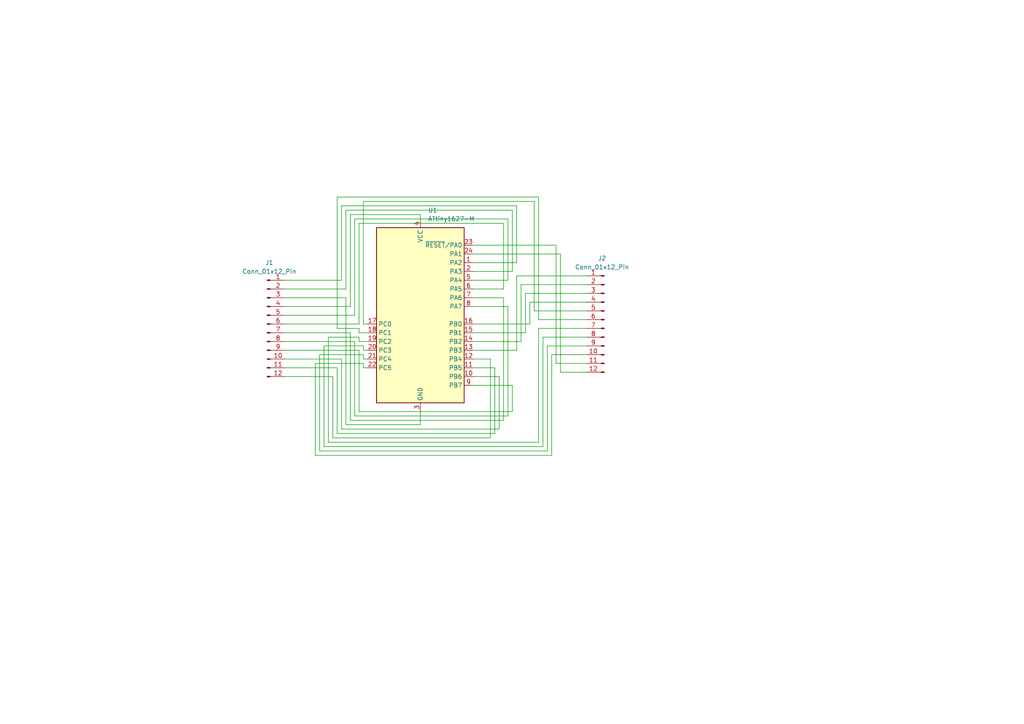
<source format=kicad_sch>
(kicad_sch (version 20231120) (generator "eeschema") (generator_version "8.0")
  (paper "A4")
  (lib_symbols
    (symbol "Connector:Conn_01x12_Pin" (pin_names (offset 1.016) hide)
      (property "Reference" "J" (at 0 15.24 0))
      (property "Value" "Conn_01x12_Pin" (at 0 -17.78 0))
      (symbol "Conn_01x12_Pin_1_1"
        (polyline (pts (xy 1.27 -15.24) (xy 0.8636 -15.24)) (stroke (width 0.1524)))
        (polyline (pts (xy 1.27 -12.7) (xy 0.8636 -12.7)) (stroke (width 0.1524)))
        (polyline (pts (xy 1.27 -10.16) (xy 0.8636 -10.16)) (stroke (width 0.1524)))
        (polyline (pts (xy 1.27 -7.62) (xy 0.8636 -7.62)) (stroke (width 0.1524)))
        (polyline (pts (xy 1.27 -5.08) (xy 0.8636 -5.08)) (stroke (width 0.1524)))
        (polyline (pts (xy 1.27 -2.54) (xy 0.8636 -2.54)) (stroke (width 0.1524)))
        (polyline (pts (xy 1.27 0) (xy 0.8636 0)) (stroke (width 0.1524)))
        (polyline (pts (xy 1.27 2.54) (xy 0.8636 2.54)) (stroke (width 0.1524)))
        (polyline (pts (xy 1.27 5.08) (xy 0.8636 5.08)) (stroke (width 0.1524)))
        (polyline (pts (xy 1.27 7.62) (xy 0.8636 7.62)) (stroke (width 0.1524)))
        (polyline (pts (xy 1.27 10.16) (xy 0.8636 10.16)) (stroke (width 0.1524)))
        (polyline (pts (xy 1.27 12.7) (xy 0.8636 12.7)) (stroke (width 0.1524)))
        (rectangle (start 0.8636 -15.113) (end 0 -15.367) (stroke (width 0.1524)) (fill (type outline)))
        (rectangle (start 0.8636 -12.573) (end 0 -12.827) (stroke (width 0.1524)) (fill (type outline)))
        (rectangle (start 0.8636 -10.033) (end 0 -10.287) (stroke (width 0.1524)) (fill (type outline)))
        (rectangle (start 0.8636 -7.493) (end 0 -7.747) (stroke (width 0.1524)) (fill (type outline)))
        (rectangle (start 0.8636 -4.953) (end 0 -5.207) (stroke (width 0.1524)) (fill (type outline)))
        (rectangle (start 0.8636 -2.413) (end 0 -2.667) (stroke (width 0.1524)) (fill (type outline)))
        (rectangle (start 0.8636 0.127) (end 0 -0.127) (stroke (width 0.1524)) (fill (type outline)))
        (rectangle (start 0.8636 2.667) (end 0 2.413) (stroke (width 0.1524)) (fill (type outline)))
        (rectangle (start 0.8636 5.207) (end 0 4.953) (stroke (width 0.1524)) (fill (type outline)))
        (rectangle (start 0.8636 7.747) (end 0 7.493) (stroke (width 0.1524)) (fill (type outline)))
        (rectangle (start 0.8636 10.287) (end 0 10.033) (stroke (width 0.1524)) (fill (type outline)))
        (rectangle (start 0.8636 12.827) (end 0 12.573) (stroke (width 0.1524)) (fill (type outline)))
        (pin passive line (at 5.08 12.7 180) (length 3.81) (name "Pin_1") (number "1"))
        (pin passive line (at 5.08 -10.16 180) (length 3.81) (name "Pin_10") (number "10"))
        (pin passive line (at 5.08 -12.7 180) (length 3.81) (name "Pin_11") (number "11"))
        (pin passive line (at 5.08 -15.24 180) (length 3.81) (name "Pin_12") (number "12"))
        (pin passive line (at 5.08 10.16 180) (length 3.81) (name "Pin_2") (number "2"))
        (pin passive line (at 5.08 7.62 180) (length 3.81) (name "Pin_3") (number "3"))
        (pin passive line (at 5.08 5.08 180) (length 3.81) (name "Pin_4") (number "4"))
        (pin passive line (at 5.08 2.54 180) (length 3.81) (name "Pin_5") (number "5"))
        (pin passive line (at 5.08 0 180) (length 3.81) (name "Pin_6") (number "6"))
        (pin passive line (at 5.08 -2.54 180) (length 3.81) (name "Pin_7") (number "7"))
        (pin passive line (at 5.08 -5.08 180) (length 3.81) (name "Pin_8") (number "8"))
        (pin passive line (at 5.08 -7.62 180) (length 3.81) (name "Pin_9") (number "9"))
      )
    )
    (symbol "MCU_Microchip_ATtiny:ATtiny1627-M"
      (property "Reference" "U" (at -12.7 26.67 0))
      (property "Value" "ATtiny1627-M" (at 2.54 -26.67 0))
      (symbol "ATtiny1627-M_0_1"
        (rectangle (start -12.7 -25.4) (end 12.7 25.4) (stroke (width 0.254)) (fill (type background)))
      )
      (symbol "ATtiny1627-M_1_1"
        (pin bidirectional line (at 15.24 15.24 180) (length 2.54) (name "PA2") (number "1"))
        (pin bidirectional line (at 15.24 -17.78 180) (length 2.54) (name "PB6") (number "10"))
        (pin bidirectional line (at 15.24 -15.24 180) (length 2.54) (name "PB5") (number "11"))
        (pin bidirectional line (at 15.24 -12.7 180) (length 2.54) (name "PB4") (number "12"))
        (pin bidirectional line (at 15.24 -10.16 180) (length 2.54) (name "PB3") (number "13"))
        (pin bidirectional line (at 15.24 -7.62 180) (length 2.54) (name "PB2") (number "14"))
        (pin bidirectional line (at 15.24 -5.08 180) (length 2.54) (name "PB1") (number "15"))
        (pin bidirectional line (at 15.24 -2.54 180) (length 2.54) (name "PB0") (number "16"))
        (pin bidirectional line (at -15.24 -2.54 0) (length 2.54) (name "PC0") (number "17"))
        (pin bidirectional line (at -15.24 -5.08 0) (length 2.54) (name "PC1") (number "18"))
        (pin bidirectional line (at -15.24 -7.62 0) (length 2.54) (name "PC2") (number "19"))
        (pin bidirectional line (at 15.24 12.7 180) (length 2.54) (name "PA3") (number "2"))
        (pin bidirectional line (at -15.24 -10.16 0) (length 2.54) (name "PC3") (number "20"))
        (pin bidirectional line (at -15.24 -12.7 0) (length 2.54) (name "PC4") (number "21"))
        (pin bidirectional line (at -15.24 -15.24 0) (length 2.54) (name "PC5") (number "22"))
        (pin bidirectional line (at 15.24 20.32 180) (length 2.54) (name "~{RESET}/PA0") (number "23"))
        (pin bidirectional line (at 15.24 17.78 180) (length 2.54) (name "PA1") (number "24"))
        (pin passive line (at 0 -27.94 90) (length 2.54) hide (name "GND") (number "25"))
        (pin power_in line (at 0 -27.94 90) (length 2.54) (name "GND") (number "3"))
        (pin power_in line (at 0 27.94 270) (length 2.54) (name "VCC") (number "4"))
        (pin bidirectional line (at 15.24 10.16 180) (length 2.54) (name "PA4") (number "5"))
        (pin bidirectional line (at 15.24 7.62 180) (length 2.54) (name "PA5") (number "6"))
        (pin bidirectional line (at 15.24 5.08 180) (length 2.54) (name "PA6") (number "7"))
        (pin bidirectional line (at 15.24 2.54 180) (length 2.54) (name "PA7") (number "8"))
        (pin bidirectional line (at 15.24 -20.32 180) (length 2.54) (name "PB7") (number "9"))
      )
    )
  )
  (wire (pts (xy 91.44 105.41) (xy 91.44 132.08)))
  (wire (pts (xy 96.52 127) (xy 96.52 109.22)))
  (wire (pts (xy 104.14 119.38) (xy 104.14 101.6)))
  (wire (pts (xy 105.41 104.14) (xy 105.41 102.87)))
  (wire (pts (xy 147.32 88.9) (xy 147.32 120.65)))
  (wire (pts (xy 156.21 92.71) (xy 170.18 92.71)))
  (wire (pts (xy 104.14 95.25) (xy 97.79 95.25)))
  (wire (pts (xy 99.06 124.46) (xy 99.06 104.14)))
  (wire (pts (xy 142.24 104.14) (xy 142.24 127)))
  (wire (pts (xy 161.29 105.41) (xy 170.18 105.41)))
  (wire (pts (xy 99.06 81.28) (xy 82.55 81.28)))
  (wire (pts (xy 121.92 119.38) (xy 121.92 123.19)))
  (wire (pts (xy 137.16 93.98) (xy 153.67 93.98)))
  (wire (pts (xy 137.16 83.82) (xy 146.05 83.82)))
  (wire (pts (xy 148.59 60.96) (xy 100.33 60.96)))
  (wire (pts (xy 154.94 58.42) (xy 154.94 90.17)))
  (wire (pts (xy 96.52 109.22) (xy 82.55 109.22)))
  (wire (pts (xy 137.16 106.68) (xy 143.51 106.68)))
  (wire (pts (xy 105.41 102.87) (xy 92.71 102.87)))
  (wire (pts (xy 82.55 88.9) (xy 101.6 88.9)))
  (wire (pts (xy 137.16 104.14) (xy 142.24 104.14)))
  (wire (pts (xy 105.41 93.98) (xy 105.41 58.42)))
  (wire (pts (xy 106.68 99.06) (xy 104.14 99.06)))
  (wire (pts (xy 152.4 96.52) (xy 152.4 85.09)))
  (wire (pts (xy 149.86 101.6) (xy 149.86 80.01)))
  (wire (pts (xy 100.33 83.82) (xy 82.55 83.82)))
  (wire (pts (xy 82.55 99.06) (xy 102.87 99.06)))
  (wire (pts (xy 156.21 95.25) (xy 170.18 95.25)))
  (wire (pts (xy 143.51 125.73) (xy 97.79 125.73)))
  (wire (pts (xy 102.87 63.5) (xy 147.32 63.5)))
  (wire (pts (xy 104.14 119.38) (xy 148.59 119.38)))
  (wire (pts (xy 93.98 100.33) (xy 93.98 129.54)))
  (wire (pts (xy 82.55 93.98) (xy 104.14 93.98)))
  (wire (pts (xy 106.68 93.98) (xy 105.41 93.98)))
  (wire (pts (xy 100.33 60.96) (xy 100.33 83.82)))
  (wire (pts (xy 82.55 91.44) (xy 102.87 91.44)))
  (wire (pts (xy 121.92 63.5) (xy 121.92 62.23)))
  (wire (pts (xy 100.33 123.19) (xy 100.33 86.36)))
  (wire (pts (xy 137.16 73.66) (xy 162.56 73.66)))
  (wire (pts (xy 151.13 99.06) (xy 151.13 82.55)))
  (wire (pts (xy 153.67 87.63) (xy 170.18 87.63)))
  (wire (pts (xy 95.25 97.79) (xy 95.25 128.27)))
  (wire (pts (xy 97.79 106.68) (xy 82.55 106.68)))
  (wire (pts (xy 158.75 130.81) (xy 158.75 100.33)))
  (wire (pts (xy 95.25 128.27) (xy 156.21 128.27)))
  (wire (pts (xy 148.59 60.96) (xy 148.59 78.74)))
  (wire (pts (xy 106.68 101.6) (xy 105.41 101.6)))
  (wire (pts (xy 97.79 57.15) (xy 156.21 57.15)))
  (wire (pts (xy 97.79 95.25) (xy 97.79 57.15)))
  (wire (pts (xy 101.6 62.23) (xy 101.6 88.9)))
  (wire (pts (xy 104.14 97.79) (xy 95.25 97.79)))
  (wire (pts (xy 146.05 121.92) (xy 101.6 121.92)))
  (wire (pts (xy 137.16 76.2) (xy 149.86 76.2)))
  (wire (pts (xy 121.92 123.19) (xy 100.33 123.19)))
  (wire (pts (xy 104.14 96.52) (xy 104.14 95.25)))
  (wire (pts (xy 105.41 100.33) (xy 93.98 100.33)))
  (wire (pts (xy 146.05 64.77) (xy 104.14 64.77)))
  (wire (pts (xy 82.55 96.52) (xy 101.6 96.52)))
  (wire (pts (xy 161.29 71.12) (xy 161.29 105.41)))
  (wire (pts (xy 160.02 132.08) (xy 160.02 102.87)))
  (wire (pts (xy 137.16 96.52) (xy 152.4 96.52)))
  (wire (pts (xy 149.86 59.69) (xy 149.86 76.2)))
  (wire (pts (xy 97.79 125.73) (xy 97.79 106.68)))
  (wire (pts (xy 121.92 62.23) (xy 101.6 62.23)))
  (wire (pts (xy 137.16 99.06) (xy 151.13 99.06)))
  (wire (pts (xy 102.87 120.65) (xy 102.87 99.06)))
  (wire (pts (xy 137.16 109.22) (xy 144.78 109.22)))
  (wire (pts (xy 151.13 82.55) (xy 170.18 82.55)))
  (wire (pts (xy 137.16 71.12) (xy 161.29 71.12)))
  (wire (pts (xy 92.71 102.87) (xy 92.71 130.81)))
  (wire (pts (xy 160.02 102.87) (xy 170.18 102.87)))
  (wire (pts (xy 137.16 88.9) (xy 147.32 88.9)))
  (wire (pts (xy 105.41 58.42) (xy 154.94 58.42)))
  (wire (pts (xy 137.16 101.6) (xy 149.86 101.6)))
  (wire (pts (xy 82.55 101.6) (xy 104.14 101.6)))
  (wire (pts (xy 104.14 64.77) (xy 104.14 93.98)))
  (wire (pts (xy 149.86 80.01) (xy 170.18 80.01)))
  (wire (pts (xy 162.56 107.95) (xy 170.18 107.95)))
  (wire (pts (xy 147.32 81.28) (xy 147.32 63.5)))
  (wire (pts (xy 147.32 120.65) (xy 102.87 120.65)))
  (wire (pts (xy 148.59 78.74) (xy 137.16 78.74)))
  (wire (pts (xy 137.16 111.76) (xy 148.59 111.76)))
  (wire (pts (xy 137.16 86.36) (xy 146.05 86.36)))
  (wire (pts (xy 105.41 106.68) (xy 105.41 105.41)))
  (wire (pts (xy 146.05 86.36) (xy 146.05 121.92)))
  (wire (pts (xy 144.78 124.46) (xy 99.06 124.46)))
  (wire (pts (xy 92.71 130.81) (xy 158.75 130.81)))
  (wire (pts (xy 154.94 90.17) (xy 170.18 90.17)))
  (wire (pts (xy 153.67 93.98) (xy 153.67 87.63)))
  (wire (pts (xy 158.75 100.33) (xy 170.18 100.33)))
  (wire (pts (xy 106.68 106.68) (xy 105.41 106.68)))
  (wire (pts (xy 100.33 86.36) (xy 82.55 86.36)))
  (wire (pts (xy 106.68 96.52) (xy 104.14 96.52)))
  (wire (pts (xy 105.41 101.6) (xy 105.41 100.33)))
  (wire (pts (xy 149.86 59.69) (xy 99.06 59.69)))
  (wire (pts (xy 162.56 73.66) (xy 162.56 107.95)))
  (wire (pts (xy 105.41 105.41) (xy 91.44 105.41)))
  (wire (pts (xy 137.16 81.28) (xy 147.32 81.28)))
  (wire (pts (xy 104.14 99.06) (xy 104.14 97.79)))
  (wire (pts (xy 143.51 106.68) (xy 143.51 125.73)))
  (wire (pts (xy 152.4 85.09) (xy 170.18 85.09)))
  (wire (pts (xy 101.6 121.92) (xy 101.6 96.52)))
  (wire (pts (xy 91.44 132.08) (xy 160.02 132.08)))
  (wire (pts (xy 93.98 129.54) (xy 157.48 129.54)))
  (wire (pts (xy 156.21 128.27) (xy 156.21 95.25)))
  (wire (pts (xy 148.59 111.76) (xy 148.59 119.38)))
  (wire (pts (xy 102.87 63.5) (xy 102.87 91.44)))
  (wire (pts (xy 144.78 109.22) (xy 144.78 124.46)))
  (wire (pts (xy 157.48 97.79) (xy 170.18 97.79)))
  (wire (pts (xy 82.55 104.14) (xy 99.06 104.14)))
  (wire (pts (xy 142.24 127) (xy 96.52 127)))
  (wire (pts (xy 157.48 129.54) (xy 157.48 97.79)))
  (wire (pts (xy 146.05 83.82) (xy 146.05 64.77)))
  (wire (pts (xy 99.06 59.69) (xy 99.06 81.28)))
  (wire (pts (xy 106.68 104.14) (xy 105.41 104.14)))
  (wire (pts (xy 156.21 57.15) (xy 156.21 92.71)))
  (symbol (lib_id "Connector:Conn_01x12_Pin") (at 175.26 92.71 0) (mirror y) (unit 1)
    (property "Reference" "J2" (at 174.625 74.93 0))
    (property "Value" "Conn_01x12_Pin" (at 174.625 77.47 0))
    (property "Footprint" "Connector_PinSocket_2.54mm:PinSocket_1x12_P2.54mm_Vertical" (effects (hide yes)))
    (property "Description" "Generic connector, single row, 01x12, script generated" (effects (hide yes)))
  )
  (symbol (lib_id "Connector:Conn_01x12_Pin") (at 77.47 93.98 0) (unit 1)
    (property "Reference" "J1" (at 78.105 76.2 0))
    (property "Value" "Conn_01x12_Pin" (at 78.105 78.74 0))
    (property "Footprint" "Connector_PinSocket_2.54mm:PinSocket_1x12_P2.54mm_Vertical" (effects (hide yes)))
    (property "Description" "Generic connector, single row, 01x12, script generated" (effects (hide yes)))
  )
  (symbol (lib_id "MCU_Microchip_ATtiny:ATtiny1627-M") (at 121.92 91.44 0) (unit 1)
    (property "Reference" "U1" (at 124.1141 60.96 0) (effects (justify left)))
    (property "Value" "ATtiny1627-M" (at 124.1141 63.5 0) (effects (justify left)))
    (property "Footprint" "Package_DFN_QFN:QFN-24-1EP_4x4mm_P0.5mm_EP2.6x2.6mm" (effects (hide yes)))
    (property "Datasheet" "https://ww1.microchip.com/downloads/en/DeviceDoc/ATtiny1624-26-27-DataSheet-DS40002234A.pdf" (effects (hide yes)))
    (property "Description" "20MHz, 16kB Flash, 2kB SRAM, 256B EEPROM, VQFN-24" (effects (hide yes)))
  )
)
</source>
